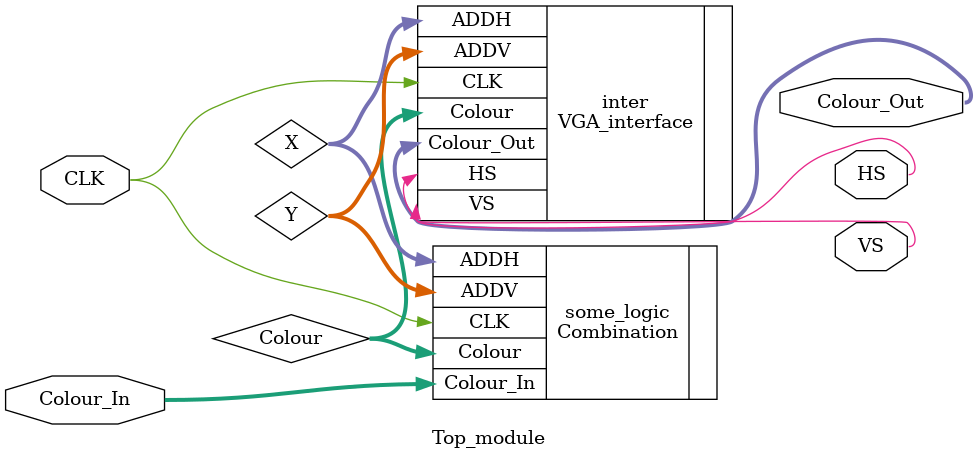
<source format=v>
`timescale 1ns / 1ps


module Top_module(
    input CLK,
    input [11:0] Colour_In,
    output [11:0] Colour_Out,
    output HS,
    output VS
    );
    wire [11:0] Colour;
    wire [9:0] X;
    wire [8:0] Y;
    
    VGA_interface inter(.CLK(CLK), .Colour(Colour), .ADDH(X), .ADDV(Y), .Colour_Out(Colour_Out), .HS(HS), .VS(VS));
    Combination some_logic(.CLK(CLK), .Colour_In(Colour_In), .ADDH(X), .ADDV(Y), .Colour(Colour));
endmodule

</source>
